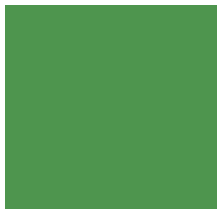
<source format=gbo>
G04 Layer_Color=32896*
%FSAX25Y25*%
%MOIN*%
G70*
G01*
G75*
%ADD43R,0.70752X0.68308*%
D43*
X0554228Y0335859D02*
D03*
M02*

</source>
